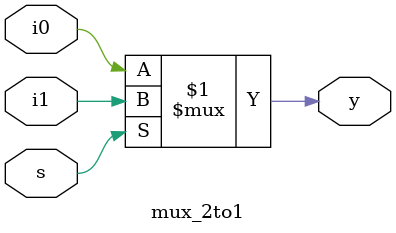
<source format=v>
module mux_2to1(
  input s,
  input i0,i1,
  output y);
  assign y=s?i1:i0;
endmodule

</source>
